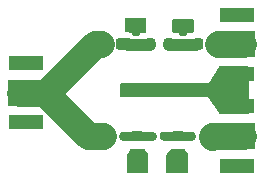
<source format=gbr>
%TF.GenerationSoftware,KiCad,Pcbnew,8.0.3*%
%TF.CreationDate,2024-07-25T20:22:30+03:00*%
%TF.ProjectId,micro_diplekser,6d696372-6f5f-4646-9970-6c656b736572,rev?*%
%TF.SameCoordinates,Original*%
%TF.FileFunction,Copper,L1,Top*%
%TF.FilePolarity,Positive*%
%FSLAX46Y46*%
G04 Gerber Fmt 4.6, Leading zero omitted, Abs format (unit mm)*
G04 Created by KiCad (PCBNEW 8.0.3) date 2024-07-25 20:22:30*
%MOMM*%
%LPD*%
G01*
G04 APERTURE LIST*
G04 Aperture macros list*
%AMRoundRect*
0 Rectangle with rounded corners*
0 $1 Rounding radius*
0 $2 $3 $4 $5 $6 $7 $8 $9 X,Y pos of 4 corners*
0 Add a 4 corners polygon primitive as box body*
4,1,4,$2,$3,$4,$5,$6,$7,$8,$9,$2,$3,0*
0 Add four circle primitives for the rounded corners*
1,1,$1+$1,$2,$3*
1,1,$1+$1,$4,$5*
1,1,$1+$1,$6,$7*
1,1,$1+$1,$8,$9*
0 Add four rect primitives between the rounded corners*
20,1,$1+$1,$2,$3,$4,$5,0*
20,1,$1+$1,$4,$5,$6,$7,0*
20,1,$1+$1,$6,$7,$8,$9,0*
20,1,$1+$1,$8,$9,$2,$3,0*%
G04 Aperture macros list end*
%TA.AperFunction,SMDPad,CuDef*%
%ADD10RoundRect,0.140000X0.170000X-0.140000X0.170000X0.140000X-0.170000X0.140000X-0.170000X-0.140000X0*%
%TD*%
%TA.AperFunction,SMDPad,CuDef*%
%ADD11R,2.000000X2.250000*%
%TD*%
%TA.AperFunction,SMDPad,CuDef*%
%ADD12R,3.000000X1.250000*%
%TD*%
%TA.AperFunction,SMDPad,CuDef*%
%ADD13RoundRect,0.218750X-0.218750X-0.256250X0.218750X-0.256250X0.218750X0.256250X-0.218750X0.256250X0*%
%TD*%
%TA.AperFunction,SMDPad,CuDef*%
%ADD14RoundRect,0.140000X-0.140000X-0.170000X0.140000X-0.170000X0.140000X0.170000X-0.140000X0.170000X0*%
%TD*%
%TA.AperFunction,SMDPad,CuDef*%
%ADD15RoundRect,0.218750X0.256250X-0.218750X0.256250X0.218750X-0.256250X0.218750X-0.256250X-0.218750X0*%
%TD*%
%TA.AperFunction,ViaPad*%
%ADD16C,0.800000*%
%TD*%
%TA.AperFunction,Conductor*%
%ADD17C,0.350000*%
%TD*%
%TA.AperFunction,Conductor*%
%ADD18C,2.250000*%
%TD*%
%TA.AperFunction,Conductor*%
%ADD19C,1.000000*%
%TD*%
%TA.AperFunction,Conductor*%
%ADD20C,0.200000*%
%TD*%
%TA.AperFunction,Conductor*%
%ADD21C,0.800000*%
%TD*%
G04 APERTURE END LIST*
D10*
%TO.P,C2,1*%
%TO.N,Net-(C2-Pad1)*%
X65119850Y-89136800D03*
%TO.P,C2,2*%
%TO.N,GND*%
X65119850Y-88176800D03*
%TD*%
D11*
%TO.P,J2,1,In*%
%TO.N,Net-(J2-In)*%
X70221600Y-96886400D03*
D12*
%TO.P,J2,2,Ext*%
%TO.N,GND*%
X69721600Y-99386400D03*
X69721600Y-94386400D03*
%TD*%
D10*
%TO.P,C1,1*%
%TO.N,Net-(C1-Pad1)*%
X61113350Y-89136800D03*
%TO.P,C1,2*%
%TO.N,GND*%
X61113350Y-88176800D03*
%TD*%
D13*
%TO.P,L3,1,1*%
%TO.N,Net-(C2-Pad1)*%
X66359850Y-89114000D03*
%TO.P,L3,2,2*%
%TO.N,Net-(J3-In)*%
X67934850Y-89114000D03*
%TD*%
D14*
%TO.P,C3,1*%
%TO.N,Net-(J1-In)*%
X59109350Y-96860900D03*
%TO.P,C3,2*%
%TO.N,Net-(C3-Pad2)*%
X60069350Y-96860900D03*
%TD*%
D11*
%TO.P,J1,1,In*%
%TO.N,Net-(J1-In)*%
X51292000Y-93218000D03*
D12*
%TO.P,J1,2,Ext*%
%TO.N,GND*%
X51792000Y-90718000D03*
X51792000Y-95718000D03*
%TD*%
D14*
%TO.P,C4,1*%
%TO.N,Net-(C3-Pad2)*%
X62490150Y-96860900D03*
%TO.P,C4,2*%
%TO.N,Net-(C4-Pad2)*%
X63450150Y-96860900D03*
%TD*%
D15*
%TO.P,L4,1,1*%
%TO.N,GND*%
X61265750Y-98461200D03*
%TO.P,L4,2,2*%
%TO.N,Net-(C3-Pad2)*%
X61265750Y-96886200D03*
%TD*%
D11*
%TO.P,J3,1,In*%
%TO.N,Net-(J3-In)*%
X70197600Y-89114000D03*
D12*
%TO.P,J3,2,Ext*%
%TO.N,GND*%
X69697600Y-91614000D03*
X69697600Y-86614000D03*
%TD*%
D13*
%TO.P,L2,1,1*%
%TO.N,Net-(C1-Pad1)*%
X62332350Y-89114000D03*
%TO.P,L2,2,2*%
%TO.N,Net-(C2-Pad1)*%
X63907350Y-89114000D03*
%TD*%
D14*
%TO.P,C5,1*%
%TO.N,Net-(C4-Pad2)*%
X65916550Y-96860900D03*
%TO.P,C5,2*%
%TO.N,Net-(J2-In)*%
X66876550Y-96860900D03*
%TD*%
D13*
%TO.P,L1,1,1*%
%TO.N,Net-(J1-In)*%
X58332350Y-89114000D03*
%TO.P,L1,2,2*%
%TO.N,Net-(C1-Pad1)*%
X59907350Y-89114000D03*
%TD*%
D15*
%TO.P,L5,1,1*%
%TO.N,GND*%
X64669350Y-98461200D03*
%TO.P,L5,2,2*%
%TO.N,Net-(C4-Pad2)*%
X64669350Y-96886200D03*
%TD*%
D16*
%TO.N,GND*%
X66548000Y-93014800D03*
X61315600Y-93014800D03*
X62331600Y-93014800D03*
X70256400Y-93014800D03*
X60248800Y-93014800D03*
X69342000Y-93014800D03*
X68427600Y-93014800D03*
X60858400Y-99517200D03*
X61518800Y-87376000D03*
X64414400Y-93014800D03*
X64211200Y-99517200D03*
X63449200Y-93014800D03*
X64821750Y-87550600D03*
X65024000Y-99517200D03*
X61671200Y-99517200D03*
X67513200Y-93014800D03*
X60668797Y-87376000D03*
X65481200Y-93014800D03*
X65431350Y-87550600D03*
%TD*%
D17*
%TO.N,GND*%
X64646550Y-98983100D02*
X64973200Y-99309750D01*
X64973200Y-99309750D02*
X64973200Y-99517200D01*
X64646550Y-98983100D02*
X64163250Y-99466400D01*
X64163250Y-99466400D02*
X64160400Y-99466400D01*
X61671200Y-99568000D02*
X61671200Y-99360550D01*
X61671200Y-99360550D02*
X61242950Y-98932300D01*
X60858400Y-99517200D02*
X60858400Y-99316850D01*
X60858400Y-99316850D02*
X61242950Y-98932300D01*
X60668797Y-87376000D02*
X60668797Y-87450247D01*
X60668797Y-87450247D02*
X61113350Y-87894800D01*
X61113350Y-87894800D02*
X61518800Y-87489350D01*
X61518800Y-87489350D02*
X61518800Y-87376000D01*
D18*
%TO.N,Net-(J1-In)*%
X53441600Y-93218000D02*
X57084500Y-96860900D01*
X57084500Y-96860900D02*
X58344350Y-96860900D01*
X57150000Y-89611200D02*
X57647200Y-89114000D01*
X57647200Y-89114000D02*
X58144850Y-89114000D01*
D19*
%TO.N,Net-(C1-Pad1)*%
X62332350Y-89114000D02*
X62289550Y-89156800D01*
X60452950Y-89114000D02*
X59969850Y-89114000D01*
X60495750Y-89156800D02*
X60452950Y-89114000D01*
X62289550Y-89156800D02*
X60495750Y-89156800D01*
D17*
%TO.N,GND*%
X64646550Y-98701100D02*
X64646550Y-98983100D01*
X65126550Y-88137400D02*
X65126550Y-87855400D01*
D20*
X61265750Y-98463700D02*
X61242950Y-98486500D01*
D17*
X61242950Y-98650300D02*
X61242950Y-98932300D01*
X61113350Y-88176800D02*
X61113350Y-87894800D01*
X65126550Y-87855400D02*
X65431350Y-87550600D01*
D20*
X61265750Y-98461200D02*
X61265750Y-98463700D01*
D17*
X65126550Y-87855400D02*
X64821750Y-87550600D01*
D19*
%TO.N,Net-(C2-Pad1)*%
X66254550Y-89156800D02*
X66297350Y-89114000D01*
X63950150Y-89156800D02*
X66254550Y-89156800D01*
X63907350Y-89114000D02*
X63950150Y-89156800D01*
D20*
X66339850Y-89134000D02*
X66359850Y-89114000D01*
X65099850Y-89114000D02*
X65119850Y-89134000D01*
D21*
%TO.N,Net-(C3-Pad2)*%
X60069350Y-96860900D02*
X62490150Y-96860900D01*
D20*
X62464850Y-96886200D02*
X62490150Y-96860900D01*
X61240450Y-96860900D02*
X61265750Y-96886200D01*
D18*
%TO.N,Net-(J1-In)*%
X53543200Y-93218000D02*
X57150000Y-89611200D01*
X53441600Y-93218000D02*
X53543200Y-93218000D01*
D21*
%TO.N,Net-(C4-Pad2)*%
X65796550Y-96886200D02*
X65796550Y-96860900D01*
X64669350Y-96886200D02*
X63515450Y-96886200D01*
D20*
X64644050Y-96860900D02*
X64669350Y-96886200D01*
D21*
X63515450Y-96886200D02*
X63490150Y-96860900D01*
X64669350Y-96886200D02*
X65796550Y-96886200D01*
D20*
X65891250Y-96886200D02*
X65916550Y-96860900D01*
D18*
%TO.N,Net-(J2-In)*%
X67572350Y-96928850D02*
X67564000Y-96937200D01*
X70179150Y-96928850D02*
X67572350Y-96928850D01*
X70221600Y-96886400D02*
X70179150Y-96928850D01*
%TO.N,Net-(J3-In)*%
X70170800Y-89114000D02*
X68122350Y-89114000D01*
%TO.N,Net-(J1-In)*%
X51292000Y-93218000D02*
X53441600Y-93218000D01*
%TD*%
%TA.AperFunction,Conductor*%
%TO.N,GND*%
G36*
X65278676Y-98023685D02*
G01*
X65314811Y-98059217D01*
X65561974Y-98429961D01*
X65582782Y-98496660D01*
X65582800Y-98498744D01*
X65582800Y-99908700D01*
X65563115Y-99975739D01*
X65510311Y-100021494D01*
X65458800Y-100032700D01*
X63827200Y-100032700D01*
X63760161Y-100013015D01*
X63714406Y-99960211D01*
X63703200Y-99908700D01*
X63703200Y-98456992D01*
X63722885Y-98389953D01*
X63733880Y-98375337D01*
X64021748Y-98046345D01*
X64080708Y-98008855D01*
X64115068Y-98004000D01*
X65211637Y-98004000D01*
X65278676Y-98023685D01*
G37*
%TD.AperFunction*%
%TD*%
%TA.AperFunction,Conductor*%
%TO.N,GND*%
G36*
X70664139Y-91002485D02*
G01*
X70709894Y-91055289D01*
X70721100Y-91106800D01*
X70721100Y-94872000D01*
X70701415Y-94939039D01*
X70648611Y-94984794D01*
X70597100Y-94996000D01*
X68239963Y-94996000D01*
X68172924Y-94976315D01*
X68136789Y-94940783D01*
X67259200Y-93624400D01*
X59915600Y-93624400D01*
X59848561Y-93604715D01*
X59802806Y-93551911D01*
X59791600Y-93500400D01*
X59791600Y-92529200D01*
X59811285Y-92462161D01*
X59864089Y-92416406D01*
X59915600Y-92405200D01*
X67309999Y-92405200D01*
X67310000Y-92405200D01*
X68137386Y-91042447D01*
X68189004Y-90995358D01*
X68243380Y-90982800D01*
X70597100Y-90982800D01*
X70664139Y-91002485D01*
G37*
%TD.AperFunction*%
%TD*%
%TA.AperFunction,Conductor*%
%TO.N,GND*%
G36*
X65983039Y-87000085D02*
G01*
X66028794Y-87052889D01*
X66040000Y-87104400D01*
X66040000Y-87958856D01*
X66020315Y-88025895D01*
X66019174Y-88027639D01*
X65970211Y-88101083D01*
X65916646Y-88145944D01*
X65867037Y-88156300D01*
X64407827Y-88156300D01*
X64340788Y-88136615D01*
X64301498Y-88096097D01*
X64228871Y-87975051D01*
X64211200Y-87911254D01*
X64211200Y-87104400D01*
X64230885Y-87037361D01*
X64283689Y-86991606D01*
X64335200Y-86980400D01*
X65916000Y-86980400D01*
X65983039Y-87000085D01*
G37*
%TD.AperFunction*%
%TD*%
%TA.AperFunction,Conductor*%
%TO.N,GND*%
G36*
X61875076Y-98023685D02*
G01*
X61911211Y-98059217D01*
X62158374Y-98429961D01*
X62179182Y-98496660D01*
X62179200Y-98498744D01*
X62179200Y-99908700D01*
X62159515Y-99975739D01*
X62106711Y-100021494D01*
X62055200Y-100032700D01*
X60525200Y-100032700D01*
X60458161Y-100013015D01*
X60412406Y-99960211D01*
X60401200Y-99908700D01*
X60401200Y-98445963D01*
X60420048Y-98380243D01*
X60618775Y-98062280D01*
X60670999Y-98015864D01*
X60723927Y-98004000D01*
X61808037Y-98004000D01*
X61875076Y-98023685D01*
G37*
%TD.AperFunction*%
%TD*%
%TA.AperFunction,Conductor*%
%TO.N,GND*%
G36*
X61969839Y-86898485D02*
G01*
X62015594Y-86951289D01*
X62026800Y-87002800D01*
X62026800Y-87958856D01*
X62007115Y-88025895D01*
X62005974Y-88027639D01*
X61957011Y-88101083D01*
X61903446Y-88145944D01*
X61853837Y-88156300D01*
X60777524Y-88156300D01*
X60750918Y-88152352D01*
X60750762Y-88153137D01*
X60648138Y-88132724D01*
X60551494Y-88113500D01*
X60551491Y-88113500D01*
X60368947Y-88113500D01*
X60301908Y-88093815D01*
X60262618Y-88053297D01*
X60215671Y-87975051D01*
X60198000Y-87911254D01*
X60198000Y-87002800D01*
X60217685Y-86935761D01*
X60270489Y-86890006D01*
X60322000Y-86878800D01*
X61902800Y-86878800D01*
X61969839Y-86898485D01*
G37*
%TD.AperFunction*%
%TD*%
M02*

</source>
